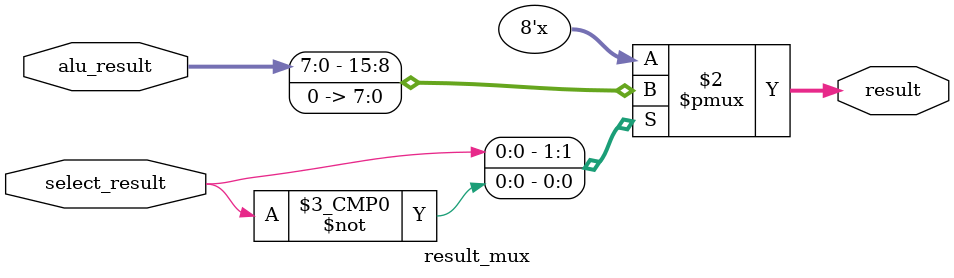
<source format=v>
module result_mux (
	input select_result,
	input [7:0] alu_result,
	output reg [7:0] result
);

//mux
always @(*) begin
	case(select_result)
		1'b1:result<=alu_result;
		1'b0:result<=8'b0;
		default:result<=alu_result; //error case
	endcase
end

endmodule

</source>
